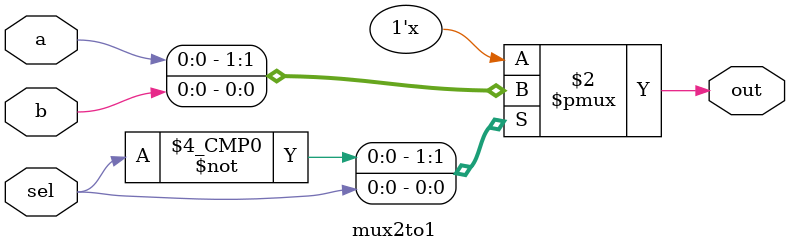
<source format=v>
/* 2 to 1 multiplexer module (mux2to1.v) outputs the corresponding signal based on the selection signal received. 
*/

module mux2to1(a, b, out, sel);
	input a, b, sel;
	output out;
	reg out;
  always @ (sel or a or b)
	begin
		case(sel)
			0: out = a;
			1: out = b;
			`ifdef DEBUG
				default: $display("Debug msg: there was an error triggered in the program.");
			`endif
		endcase
	end
endmodule

</source>
